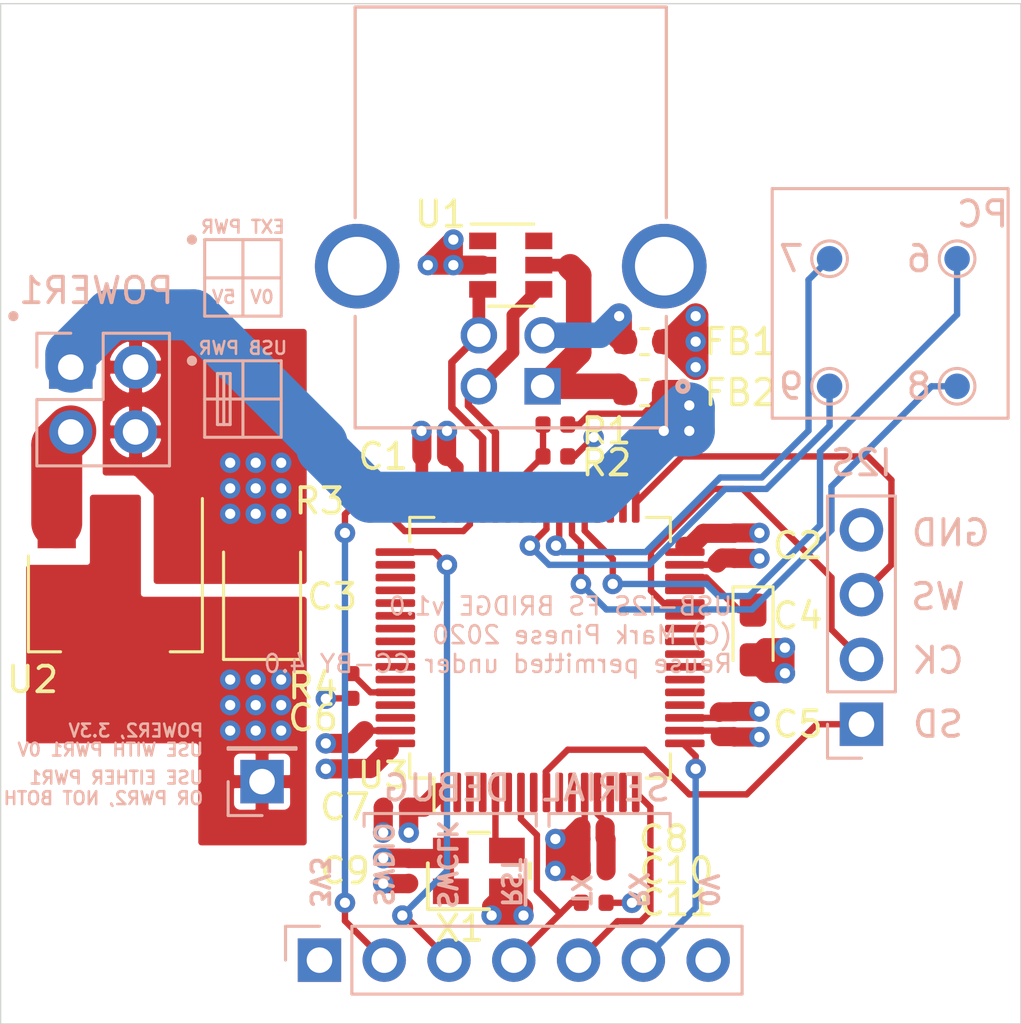
<source format=kicad_pcb>
(kicad_pcb (version 20171130) (host pcbnew "(5.1.6)-1")
  (layers (0 F.Cu signal) (1 In1.Cu signal) (2 In2.Cu signal) (31 B.Cu signal) (34 B.Paste user) (35 F.Paste user) (36 B.SilkS user) (37 F.SilkS user) (38 B.Mask user) (39 F.Mask user) (44 Edge.Cuts user))
  (net 0 "")
  (net 1 GNDD)
  (net 2 +3V3)
  (net 3 /~RESET)
  (net 4 +5V)
  (net 5 /I2S2_WS)
  (net 6 /I2S2_CK)
  (net 7 /I2S2_SD)
  (net 8 /DBG_SWCLK)
  (net 9 /DBG_SWDIO)
  (net 10 /USB_VBUS)
  (net 11 /USART2_RX)
  (net 12 /USART2_TX)
  (net 13 /USB_D-)
  (net 14 /USB_D+)
  (net 15 "Net-(U3-Pad62)")
  (net 16 "Net-(U3-Pad61)")
  (net 17 "Net-(U3-Pad54)")
  (net 18 "Net-(U3-Pad53)")
  (net 19 "Net-(U3-Pad52)")
  (net 20 "Net-(U3-Pad51)")
  (net 21 "Net-(U3-Pad50)")
  (net 22 "Net-(U3-Pad43)")
  (net 23 "Net-(U3-Pad41)")
  (net 24 "Net-(U3-Pad36)")
  (net 25 "Net-(U3-Pad35)")
  (net 26 "Net-(U3-Pad34)")
  (net 27 "Net-(U3-Pad29)")
  (net 28 "Net-(U3-Pad27)")
  (net 29 "Net-(U3-Pad26)")
  (net 30 "Net-(U3-Pad25)")
  (net 31 "Net-(U3-Pad24)")
  (net 32 "Net-(U3-Pad23)")
  (net 33 "Net-(U3-Pad22)")
  (net 34 "Net-(U3-Pad15)")
  (net 35 "Net-(U3-Pad14)")
  (net 36 "Net-(U3-Pad11)")
  (net 37 "Net-(U3-Pad10)")
  (net 38 "Net-(U3-Pad8)")
  (net 39 "Net-(U3-Pad6)")
  (net 40 "Net-(U3-Pad5)")
  (net 41 "Net-(U3-Pad4)")
  (net 42 "Net-(U3-Pad3)")
  (net 43 "Net-(U3-Pad2)")
  (net 44 "Net-(R3-Pad1)")
  (net 45 "Net-(TP1-Pad1)")
  (net 46 "Net-(TP2-Pad1)")
  (net 47 "Net-(TP3-Pad1)")
  (net 48 "Net-(TP4-Pad1)")
  (net 49 "Net-(U3-Pad55)")
  (net 50 "Net-(U3-Pad59)")
  (net 51 "Net-(U3-Pad58)")
  (net 52 "Net-(U3-Pad57)")
  (net 53 "Net-(U3-Pad56)")
  (net 54 "Net-(U3-Pad21)")
  (net 55 "Net-(U3-Pad20)")
  (net 56 "Net-(R1-Pad1)")
  (net 57 "Net-(R4-Pad2)")
  (net 58 "Net-(C10-Pad1)")
  (net 59 "Net-(C4-Pad1)")
  (net 60 "Net-(FB2-Pad2)")
  (net 61 "Net-(FB1-Pad1)")
  (net 62 "Net-(U1-Pad1)")
  (net 63 "Net-(U1-Pad6)")
  (module project_footprints:QTX333 (layer F.Cu) (at 148.75 104)
    (fp_text reference X1 (at -0.75 2.25) (layer F.SilkS))
    (fp_text value QX7)
    (pad 4 smd rect (at -1.1 -0.8) (size 1.4 1) (layers F.Cu F.Paste F.Mask) (net 2 +3V3))
    (pad 3 smd rect (at 1.1 -0.8) (size 1.4 1) (layers F.Cu F.Paste F.Mask) (net 40 "Net-(U3-Pad5)"))
    (pad 2 smd rect (at 1.1 0.8) (size 1.4 1) (layers F.Cu F.Paste F.Mask) (net 1 GNDD))
    (pad 1 smd rect (at -1.1 0.8) (size 1.4 1) (layers F.Cu F.Paste F.Mask) (net 2 +3V3))
  )
  (module Package_QFP:LQFP-64_10x10mm_P0.5mm (layer F.Cu) (at 151.15 95.25 90)
    (fp_text reference U3 (at -5 -6.15 180) (layer F.SilkS))
    (fp_text value STM32F730R8)
    (pad 64 smd roundrect (at -3.75 -5.675 90) (size 0.3 1.55) (layers F.Cu F.Paste F.Mask) (net 2 +3V3))
    (pad 63 smd roundrect (at -3.25 -5.675 90) (size 0.3 1.55) (layers F.Cu F.Paste F.Mask) (net 1 GNDD))
    (pad 62 smd roundrect (at -2.75 -5.675 90) (size 0.3 1.55) (layers F.Cu F.Paste F.Mask) (net 15 "Net-(U3-Pad62)"))
    (pad 61 smd roundrect (at -2.25 -5.675 90) (size 0.3 1.55) (layers F.Cu F.Paste F.Mask) (net 16 "Net-(U3-Pad61)"))
    (pad 60 smd roundrect (at -1.75 -5.675 90) (size 0.3 1.55) (layers F.Cu F.Paste F.Mask) (net 57 "Net-(R4-Pad2)"))
    (pad 59 smd roundrect (at -1.25 -5.675 90) (size 0.3 1.55) (layers F.Cu F.Paste F.Mask) (net 50 "Net-(U3-Pad59)"))
    (pad 58 smd roundrect (at -0.75 -5.675 90) (size 0.3 1.55) (layers F.Cu F.Paste F.Mask) (net 51 "Net-(U3-Pad58)"))
    (pad 57 smd roundrect (at -0.25 -5.675 90) (size 0.3 1.55) (layers F.Cu F.Paste F.Mask) (net 52 "Net-(U3-Pad57)"))
    (pad 56 smd roundrect (at 0.25 -5.675 90) (size 0.3 1.55) (layers F.Cu F.Paste F.Mask) (net 53 "Net-(U3-Pad56)"))
    (pad 55 smd roundrect (at 0.75 -5.675 90) (size 0.3 1.55) (layers F.Cu F.Paste F.Mask) (net 49 "Net-(U3-Pad55)"))
    (pad 54 smd roundrect (at 1.25 -5.675 90) (size 0.3 1.55) (layers F.Cu F.Paste F.Mask) (net 17 "Net-(U3-Pad54)"))
    (pad 53 smd roundrect (at 1.75 -5.675 90) (size 0.3 1.55) (layers F.Cu F.Paste F.Mask) (net 18 "Net-(U3-Pad53)"))
    (pad 52 smd roundrect (at 2.25 -5.675 90) (size 0.3 1.55) (layers F.Cu F.Paste F.Mask) (net 19 "Net-(U3-Pad52)"))
    (pad 51 smd roundrect (at 2.75 -5.675 90) (size 0.3 1.55) (layers F.Cu F.Paste F.Mask) (net 20 "Net-(U3-Pad51)"))
    (pad 50 smd roundrect (at 3.25 -5.675 90) (size 0.3 1.55) (layers F.Cu F.Paste F.Mask) (net 21 "Net-(U3-Pad50)"))
    (pad 49 smd roundrect (at 3.75 -5.675 90) (size 0.3 1.55) (layers F.Cu F.Paste F.Mask) (net 8 /DBG_SWCLK))
    (pad 48 smd roundrect (at 5.675 -3.75 90) (size 1.55 0.3) (layers F.Cu F.Paste F.Mask) (net 2 +3V3))
    (pad 47 smd roundrect (at 5.675 -3.25 90) (size 1.55 0.3) (layers F.Cu F.Paste F.Mask) (net 1 GNDD))
    (pad 46 smd roundrect (at 5.675 -2.75 90) (size 1.55 0.3) (layers F.Cu F.Paste F.Mask) (net 44 "Net-(R3-Pad1)"))
    (pad 45 smd roundrect (at 5.675 -2.25 90) (size 1.55 0.3) (layers F.Cu F.Paste F.Mask) (net 14 /USB_D+))
    (pad 44 smd roundrect (at 5.675 -1.75 90) (size 1.55 0.3) (layers F.Cu F.Paste F.Mask) (net 13 /USB_D-))
    (pad 43 smd roundrect (at 5.675 -1.25 90) (size 1.55 0.3) (layers F.Cu F.Paste F.Mask) (net 22 "Net-(U3-Pad43)"))
    (pad 42 smd roundrect (at 5.675 -0.75 90) (size 1.55 0.3) (layers F.Cu F.Paste F.Mask) (net 56 "Net-(R1-Pad1)"))
    (pad 41 smd roundrect (at 5.675 -0.25 90) (size 1.55 0.3) (layers F.Cu F.Paste F.Mask) (net 23 "Net-(U3-Pad41)"))
    (pad 40 smd roundrect (at 5.675 0.25 90) (size 1.55 0.3) (layers F.Cu F.Paste F.Mask) (net 48 "Net-(TP4-Pad1)"))
    (pad 39 smd roundrect (at 5.675 0.75 90) (size 1.55 0.3) (layers F.Cu F.Paste F.Mask) (net 46 "Net-(TP2-Pad1)"))
    (pad 38 smd roundrect (at 5.675 1.25 90) (size 1.55 0.3) (layers F.Cu F.Paste F.Mask) (net 47 "Net-(TP3-Pad1)"))
    (pad 37 smd roundrect (at 5.675 1.75 90) (size 1.55 0.3) (layers F.Cu F.Paste F.Mask) (net 45 "Net-(TP1-Pad1)"))
    (pad 36 smd roundrect (at 5.675 2.25 90) (size 1.55 0.3) (layers F.Cu F.Paste F.Mask) (net 24 "Net-(U3-Pad36)"))
    (pad 35 smd roundrect (at 5.675 2.75 90) (size 1.55 0.3) (layers F.Cu F.Paste F.Mask) (net 25 "Net-(U3-Pad35)"))
    (pad 34 smd roundrect (at 5.675 3.25 90) (size 1.55 0.3) (layers F.Cu F.Paste F.Mask) (net 26 "Net-(U3-Pad34)"))
    (pad 33 smd roundrect (at 5.675 3.75 90) (size 1.55 0.3) (layers F.Cu F.Paste F.Mask) (net 5 /I2S2_WS))
    (pad 32 smd roundrect (at 3.75 5.675 90) (size 0.3 1.55) (layers F.Cu F.Paste F.Mask) (net 2 +3V3))
    (pad 31 smd roundrect (at 3.25 5.675 90) (size 0.3 1.55) (layers F.Cu F.Paste F.Mask) (net 1 GNDD))
    (pad 30 smd roundrect (at 2.75 5.675 90) (size 0.3 1.55) (layers F.Cu F.Paste F.Mask) (net 59 "Net-(C4-Pad1)"))
    (pad 29 smd roundrect (at 2.25 5.675 90) (size 0.3 1.55) (layers F.Cu F.Paste F.Mask) (net 27 "Net-(U3-Pad29)"))
    (pad 28 smd roundrect (at 1.75 5.675 90) (size 0.3 1.55) (layers F.Cu F.Paste F.Mask) (net 6 /I2S2_CK))
    (pad 27 smd roundrect (at 1.25 5.675 90) (size 0.3 1.55) (layers F.Cu F.Paste F.Mask) (net 28 "Net-(U3-Pad27)"))
    (pad 26 smd roundrect (at 0.75 5.675 90) (size 0.3 1.55) (layers F.Cu F.Paste F.Mask) (net 29 "Net-(U3-Pad26)"))
    (pad 25 smd roundrect (at 0.25 5.675 90) (size 0.3 1.55) (layers F.Cu F.Paste F.Mask) (net 30 "Net-(U3-Pad25)"))
    (pad 24 smd roundrect (at -0.25 5.675 90) (size 0.3 1.55) (layers F.Cu F.Paste F.Mask) (net 31 "Net-(U3-Pad24)"))
    (pad 23 smd roundrect (at -0.75 5.675 90) (size 0.3 1.55) (layers F.Cu F.Paste F.Mask) (net 32 "Net-(U3-Pad23)"))
    (pad 22 smd roundrect (at -1.25 5.675 90) (size 0.3 1.55) (layers F.Cu F.Paste F.Mask) (net 33 "Net-(U3-Pad22)"))
    (pad 21 smd roundrect (at -1.75 5.675 90) (size 0.3 1.55) (layers F.Cu F.Paste F.Mask) (net 54 "Net-(U3-Pad21)"))
    (pad 20 smd roundrect (at -2.25 5.675 90) (size 0.3 1.55) (layers F.Cu F.Paste F.Mask) (net 55 "Net-(U3-Pad20)"))
    (pad 19 smd roundrect (at -2.75 5.675 90) (size 0.3 1.55) (layers F.Cu F.Paste F.Mask) (net 2 +3V3))
    (pad 18 smd roundrect (at -3.25 5.675 90) (size 0.3 1.55) (layers F.Cu F.Paste F.Mask) (net 1 GNDD))
    (pad 17 smd roundrect (at -3.75 5.675 90) (size 0.3 1.55) (layers F.Cu F.Paste F.Mask) (net 11 /USART2_RX))
    (pad 16 smd roundrect (at -5.675 3.75 90) (size 1.55 0.3) (layers F.Cu F.Paste F.Mask) (net 12 /USART2_TX))
    (pad 15 smd roundrect (at -5.675 3.25 90) (size 1.55 0.3) (layers F.Cu F.Paste F.Mask) (net 34 "Net-(U3-Pad15)"))
    (pad 14 smd roundrect (at -5.675 2.75 90) (size 1.55 0.3) (layers F.Cu F.Paste F.Mask) (net 35 "Net-(U3-Pad14)"))
    (pad 13 smd roundrect (at -5.675 2.25 90) (size 1.55 0.3) (layers F.Cu F.Paste F.Mask) (net 58 "Net-(C10-Pad1)"))
    (pad 12 smd roundrect (at -5.675 1.75 90) (size 1.55 0.3) (layers F.Cu F.Paste F.Mask) (net 1 GNDD))
    (pad 11 smd roundrect (at -5.675 1.25 90) (size 1.55 0.3) (layers F.Cu F.Paste F.Mask) (net 36 "Net-(U3-Pad11)"))
    (pad 10 smd roundrect (at -5.675 0.75 90) (size 1.55 0.3) (layers F.Cu F.Paste F.Mask) (net 37 "Net-(U3-Pad10)"))
    (pad 9 smd roundrect (at -5.675 0.25 90) (size 1.55 0.3) (layers F.Cu F.Paste F.Mask) (net 7 /I2S2_SD))
    (pad 8 smd roundrect (at -5.675 -0.25 90) (size 1.55 0.3) (layers F.Cu F.Paste F.Mask) (net 38 "Net-(U3-Pad8)"))
    (pad 7 smd roundrect (at -5.675 -0.75 90) (size 1.55 0.3) (layers F.Cu F.Paste F.Mask) (net 3 /~RESET))
    (pad 6 smd roundrect (at -5.675 -1.25 90) (size 1.55 0.3) (layers F.Cu F.Paste F.Mask) (net 39 "Net-(U3-Pad6)"))
    (pad 5 smd roundrect (at -5.675 -1.75 90) (size 1.55 0.3) (layers F.Cu F.Paste F.Mask) (net 40 "Net-(U3-Pad5)"))
    (pad 4 smd roundrect (at -5.675 -2.25 90) (size 1.55 0.3) (layers F.Cu F.Paste F.Mask) (net 41 "Net-(U3-Pad4)"))
    (pad 3 smd roundrect (at -5.675 -2.75 90) (size 1.55 0.3) (layers F.Cu F.Paste F.Mask) (net 42 "Net-(U3-Pad3)"))
    (pad 2 smd roundrect (at -5.675 -3.25 90) (size 1.55 0.3) (layers F.Cu F.Paste F.Mask) (net 43 "Net-(U3-Pad2)"))
    (pad 1 smd roundrect (at -5.675 -3.75 90) (size 1.55 0.3) (layers F.Cu F.Paste F.Mask) (net 2 +3V3))
  )
  (module Capacitor_SMD:C_0402_1005Metric (layer F.Cu) (at 146 104 270)
    (fp_text reference C9 (at 0 2.5 180) (layer F.SilkS))
    (fp_text value 100n)
    (pad 2 smd roundrect (at 0.485 0 270) (size 0.59 0.64) (layers F.Cu F.Paste F.Mask) (net 1 GNDD))
    (pad 1 smd roundrect (at -0.485 0 270) (size 0.59 0.64) (layers F.Cu F.Paste F.Mask) (net 2 +3V3))
  )
  (module Connector_PinHeader_2.54mm:PinHeader_1x07_P2.54mm_Vertical (layer B.Cu) (at 142.5 107.5 270)
    (fp_text reference J5 hide)
    (fp_text value Conn_01x07_Male)
    (pad 7 thru_hole oval (at 0 -15.24 270) (size 1.7 1.7) (drill 1) (layers *.Cu *.Mask) (net 1 GNDD))
    (pad 6 thru_hole oval (at 0 -12.7 270) (size 1.7 1.7) (drill 1) (layers *.Cu *.Mask) (net 11 /USART2_RX))
    (pad 5 thru_hole oval (at 0 -10.16 270) (size 1.7 1.7) (drill 1) (layers *.Cu *.Mask) (net 12 /USART2_TX))
    (pad 4 thru_hole oval (at 0 -7.62 270) (size 1.7 1.7) (drill 1) (layers *.Cu *.Mask) (net 3 /~RESET))
    (pad 3 thru_hole oval (at 0 -5.08 270) (size 1.7 1.7) (drill 1) (layers *.Cu *.Mask) (net 8 /DBG_SWCLK))
    (pad 2 thru_hole oval (at 0 -2.54 270) (size 1.7 1.7) (drill 1) (layers *.Cu *.Mask) (net 9 /DBG_SWDIO))
    (pad 1 thru_hole rect (at 0 0 270) (size 1.7 1.7) (drill 1) (layers *.Cu *.Mask) (net 2 +3V3))
  )
  (module Connector_PinHeader_2.54mm:PinHeader_2x02_P2.54mm_Vertical (layer B.Cu) (at 132.75 84.25 270)
    (fp_text reference J1 hide)
    (fp_text value Conn_01x02_Male)
    (pad 4 thru_hole oval (at 2.54 -2.54 270) (size 1.7 1.7) (drill 1) (layers *.Cu *.Mask) (net 1 GNDD))
    (pad 3 thru_hole oval (at 0 -2.54 270) (size 1.7 1.7) (drill 1) (layers *.Cu *.Mask) (net 1 GNDD))
    (pad 2 thru_hole oval (at 2.54 0 270) (size 1.7 1.7) (drill 1) (layers *.Cu *.Mask) (net 4 +5V))
    (pad 1 thru_hole rect (at 0 0 270) (size 1.7 1.7) (drill 1) (layers *.Cu *.Mask) (net 10 /USB_VBUS))
  )
  (module Inductor_SMD:L_0603_1608Metric (layer F.Cu) (at 155.25 85.25 180)
    (fp_text reference FB2 (at -3.75 0) (layer F.SilkS))
    (fp_text value MH1608-601Y)
    (pad 2 smd roundrect (at 0.7875 0 180) (size 0.875 0.95) (layers F.Cu F.Paste F.Mask) (net 60 "Net-(FB2-Pad2)"))
    (pad 1 smd roundrect (at -0.7875 0 180) (size 0.875 0.95) (layers F.Cu F.Paste F.Mask) (net 10 /USB_VBUS))
  )
  (module Inductor_SMD:L_0603_1608Metric (layer F.Cu) (at 155.25 83.25)
    (fp_text reference FB1 (at 3.75 0) (layer F.SilkS))
    (fp_text value MH1608-601Y)
    (pad 2 smd roundrect (at 0.7875 0) (size 0.875 0.95) (layers F.Cu F.Paste F.Mask) (net 1 GNDD))
    (pad 1 smd roundrect (at -0.7875 0) (size 0.875 0.95) (layers F.Cu F.Paste F.Mask) (net 61 "Net-(FB1-Pad1)"))
  )
  (module Package_TO_SOT_SMD:SOT-23-6 (layer F.Cu) (at 150 80.25)
    (fp_text reference U1 (at -2.75 -2) (layer F.SilkS))
    (fp_text value SRV05-4)
    (pad 1 smd rect (at -1.1 -0.95) (size 1.06 0.65) (layers F.Cu F.Paste F.Mask) (net 62 "Net-(U1-Pad1)"))
    (pad 2 smd rect (at -1.1 0) (size 1.06 0.65) (layers F.Cu F.Paste F.Mask) (net 1 GNDD))
    (pad 3 smd rect (at -1.1 0.95) (size 1.06 0.65) (layers F.Cu F.Paste F.Mask) (net 14 /USB_D+))
    (pad 4 smd rect (at 1.1 0.95) (size 1.06 0.65) (layers F.Cu F.Paste F.Mask) (net 13 /USB_D-))
    (pad 6 smd rect (at 1.1 -0.95) (size 1.06 0.65) (layers F.Cu F.Paste F.Mask) (net 63 "Net-(U1-Pad6)"))
    (pad 5 smd rect (at 1.1 0) (size 1.06 0.65) (layers F.Cu F.Paste F.Mask) (net 60 "Net-(FB2-Pad2)"))
  )
  (module Capacitor_SMD:C_0402_1005Metric (layer F.Cu) (at 153.25 105.25)
    (fp_text reference C11 (at 3.25 0 -180) (layer F.SilkS))
    (fp_text value 100n)
    (pad 2 smd roundrect (at 0.485 0) (size 0.59 0.64) (layers F.Cu F.Paste F.Mask) (net 1 GNDD))
    (pad 1 smd roundrect (at -0.485 0) (size 0.59 0.64) (layers F.Cu F.Paste F.Mask) (net 3 /~RESET))
  )
  (module Connector_PinHeader_2.54mm:PinHeader_1x04_P2.54mm_Vertical (layer B.Cu) (at 163.75 98.25)
    (fp_text reference J3 hide)
    (fp_text value Conn_01x04_Male)
    (pad 4 thru_hole oval (at 0 -7.62) (size 1.7 1.7) (drill 1) (layers *.Cu *.Mask) (net 1 GNDD))
    (pad 3 thru_hole oval (at 0 -5.08) (size 1.7 1.7) (drill 1) (layers *.Cu *.Mask) (net 5 /I2S2_WS))
    (pad 2 thru_hole oval (at 0 -2.54) (size 1.7 1.7) (drill 1) (layers *.Cu *.Mask) (net 6 /I2S2_CK))
    (pad 1 thru_hole rect (at 0 0) (size 1.7 1.7) (drill 1) (layers *.Cu *.Mask) (net 7 /I2S2_SD))
  )
  (module Connector_PinHeader_2.54mm:PinHeader_1x01_P2.54mm_Vertical (layer B.Cu) (at 140.25 100.5)
    (fp_text reference J4 hide)
    (fp_text value Conn_01x01_Male)
    (pad 1 thru_hole rect (at 0 0) (size 1.7 1.7) (drill 1) (layers *.Cu *.Mask) (net 2 +3V3))
  )
  (module Capacitor_SMD:C_0402_1005Metric (layer F.Cu) (at 153.235 102.75 180)
    (fp_text reference C8 (at -2.765 0) (layer F.SilkS))
    (fp_text value 100n)
    (pad 2 smd roundrect (at 0.485 0 180) (size 0.59 0.64) (layers F.Cu F.Paste F.Mask) (net 1 GNDD))
    (pad 1 smd roundrect (at -0.485 0 180) (size 0.59 0.64) (layers F.Cu F.Paste F.Mask) (net 58 "Net-(C10-Pad1)"))
  )
  (module Capacitor_SMD:C_0402_1005Metric (layer F.Cu) (at 158.75 91.25 270)
    (fp_text reference C2 (at 0 -2.5 180) (layer F.SilkS))
    (fp_text value 100n)
    (pad 2 smd roundrect (at 0.485 0 270) (size 0.59 0.64) (layers F.Cu F.Paste F.Mask) (net 1 GNDD))
    (pad 1 smd roundrect (at -0.485 0 270) (size 0.59 0.64) (layers F.Cu F.Paste F.Mask) (net 2 +3V3))
  )
  (module TestPoint:TestPoint_Pad_D1.0mm (layer B.Cu) (at 162.5 85)
    (fp_text reference TP4 hide)
    (fp_text value TestPoint_Small)
    (pad 1 smd circle (at 0 0) (size 1 1) (layers B.Cu B.Mask) (net 48 "Net-(TP4-Pad1)"))
  )
  (module TestPoint:TestPoint_Pad_D1.0mm (layer B.Cu) (at 162.5 80)
    (fp_text reference TP2 hide)
    (fp_text value TestPoint_Small)
    (pad 1 smd circle (at 0 0) (size 1 1) (layers B.Cu B.Mask) (net 46 "Net-(TP2-Pad1)"))
  )
  (module TestPoint:TestPoint_Pad_D1.0mm (layer B.Cu) (at 167.5 85)
    (fp_text reference TP3 hide)
    (fp_text value TestPoint_Small)
    (pad 1 smd circle (at 0 0) (size 1 1) (layers B.Cu B.Mask) (net 47 "Net-(TP3-Pad1)"))
  )
  (module TestPoint:TestPoint_Pad_D1.0mm (layer B.Cu) (at 167.5 80)
    (fp_text reference TP1 hide)
    (fp_text value TestPoint_Small)
    (pad 1 smd circle (at 0 0) (size 1 1) (layers B.Cu B.Mask) (net 45 "Net-(TP1-Pad1)"))
  )
  (module Capacitor_SMD:C_0402_1005Metric (layer F.Cu) (at 147 87.75)
    (fp_text reference C1 (at -2 0) (layer F.SilkS))
    (fp_text value 100n)
    (pad 2 smd roundrect (at 0.485 0) (size 0.59 0.64) (layers F.Cu F.Paste F.Mask) (net 1 GNDD))
    (pad 1 smd roundrect (at -0.485 0) (size 0.59 0.64) (layers F.Cu F.Paste F.Mask) (net 2 +3V3))
  )
  (module Resistor_SMD:R_0402_1005Metric (layer F.Cu) (at 151.75 87.75 180)
    (fp_text reference R2 (at -2 -0.25) (layer F.SilkS))
    (fp_text value 10k)
    (pad 2 smd roundrect (at 0.485 0 180) (size 0.59 0.64) (layers F.Cu F.Paste F.Mask) (net 56 "Net-(R1-Pad1)"))
    (pad 1 smd roundrect (at -0.485 0 180) (size 0.59 0.64) (layers F.Cu F.Paste F.Mask) (net 1 GNDD))
  )
  (module Resistor_SMD:R_0402_1005Metric (layer F.Cu) (at 151.75 86.5)
    (fp_text reference R1 (at 2 0.25) (layer F.SilkS))
    (fp_text value 4.7k)
    (pad 2 smd roundrect (at 0.485 0) (size 0.59 0.64) (layers F.Cu F.Paste F.Mask) (net 10 /USB_VBUS))
    (pad 1 smd roundrect (at -0.485 0) (size 0.59 0.64) (layers F.Cu F.Paste F.Mask) (net 56 "Net-(R1-Pad1)"))
  )
  (module Capacitor_Tantalum_SMD:CP_EIA-2012-15_AVX-P_Pad1.30x1.05mm_HandSolder (layer F.Cu) (at 159.5 94.75 270)
    (fp_text reference C4 (at -0.75 -1.75 180) (layer F.SilkS))
    (fp_text value 10u)
    (pad 2 smd roundrect (at 0.975 0 270) (size 1.3 1.05) (layers F.Cu F.Paste F.Mask) (roundrect_rratio 0.238095) (net 1 GNDD))
    (pad 1 smd roundrect (at -0.975 0 270) (size 1.3 1.05) (layers F.Cu F.Paste F.Mask) (roundrect_rratio 0.238095) (net 59 "Net-(C4-Pad1)"))
  )
  (module project_footprints:CUI_UJ2-BH-1-TH (layer B.Cu) (at 151.25 85)
    (fp_text reference J2 hide)
    (fp_text value UJ2-BH-1-TH)
    (pad 2 thru_hole circle (at -2.5 0) (size 1.428 1.428) (drill 0.92) (layers *.Cu *.Mask) (net 13 /USB_D-))
    (pad 1 thru_hole rect (at 0 0) (size 1.428 1.428) (drill 0.92) (layers *.Cu *.Mask) (net 60 "Net-(FB2-Pad2)"))
    (pad 3 thru_hole circle (at -2.5 -2) (size 1.428 1.428) (drill 0.92) (layers *.Cu *.Mask) (net 14 /USB_D+))
    (pad 4 thru_hole circle (at 0 -2) (size 1.428 1.428) (drill 0.92) (layers *.Cu *.Mask) (net 61 "Net-(FB1-Pad1)"))
    (pad SH1 thru_hole circle (at -7.27 -4.71) (size 3.316 3.316) (drill 2.3) (layers *.Cu *.Mask) (net 1 GNDD))
    (pad SH2 thru_hole circle (at 4.77 -4.71) (size 3.316 3.316) (drill 2.3) (layers *.Cu *.Mask) (net 1 GNDD))
  )
  (module Capacitor_SMD:C_0402_1005Metric (layer F.Cu) (at 153.25 104 180)
    (fp_text reference C10 (at -3.25 0) (layer F.SilkS))
    (fp_text value 1u)
    (pad 2 smd roundrect (at 0.485 0 180) (size 0.59 0.64) (layers F.Cu F.Paste F.Mask) (net 1 GNDD))
    (pad 1 smd roundrect (at -0.485 0 180) (size 0.59 0.64) (layers F.Cu F.Paste F.Mask) (net 58 "Net-(C10-Pad1)"))
  )
  (module MountingHole:MountingHole_3.2mm_M3 (layer F.Cu) (at 165 105)
    (fp_text reference H4 hide)
    (fp_text value MountingHole)
    (pad 1 np_thru_hole circle (at 0 0) (size 3.2 3.2) (drill 3.2) (layers *.Cu *.Mask))
  )
  (module MountingHole:MountingHole_3.2mm_M3 (layer F.Cu) (at 165 75)
    (fp_text reference H2 hide)
    (fp_text value MountingHole)
    (pad 1 np_thru_hole circle (at 0 0) (size 3.2 3.2) (drill 3.2) (layers *.Cu *.Mask))
  )
  (module MountingHole:MountingHole_3.2mm_M3 (layer F.Cu) (at 135 105)
    (fp_text reference H3 hide)
    (fp_text value MountingHole)
    (pad 1 np_thru_hole circle (at 0 0) (size 3.2 3.2) (drill 3.2) (layers *.Cu *.Mask))
  )
  (module MountingHole:MountingHole_3.2mm_M3 (layer F.Cu) (at 135 75)
    (fp_text reference H1 hide)
    (fp_text value MountingHole)
    (pad 1 np_thru_hole circle (at 0 0) (size 3.2 3.2) (drill 3.2) (layers *.Cu *.Mask))
  )
  (module Package_TO_SOT_SMD:SOT-223-3_TabPin2 (layer F.Cu) (at 134.5 93.5 270)
    (fp_text reference U2 (at 3 3.25 180) (layer F.SilkS))
    (fp_text value AMS1117-3.3)
    (pad 1 smd rect (at -3.15 -2.3 270) (size 2 1.5) (layers F.Cu F.Paste F.Mask) (net 1 GNDD))
    (pad 3 smd rect (at -3.15 2.3 270) (size 2 1.5) (layers F.Cu F.Paste F.Mask) (net 4 +5V))
    (pad 2 smd rect (at -3.15 0 270) (size 2 1.5) (layers F.Cu F.Paste F.Mask) (net 2 +3V3))
    (pad 2 smd rect (at 3.15 0 270) (size 2 3.8) (layers F.Cu F.Paste F.Mask) (net 2 +3V3))
  )
  (module Resistor_SMD:R_0402_1005Metric (layer F.Cu) (at 144.5 89.5 180)
    (fp_text reference R3 (at 2 0) (layer F.SilkS))
    (fp_text value 22)
    (pad 2 smd roundrect (at 0.485 0 180) (size 0.59 0.64) (layers F.Cu F.Paste F.Mask) (net 9 /DBG_SWDIO))
    (pad 1 smd roundrect (at -0.485 0 180) (size 0.59 0.64) (layers F.Cu F.Paste F.Mask) (net 44 "Net-(R3-Pad1)"))
  )
  (module Resistor_SMD:R_0402_1005Metric (layer F.Cu) (at 143.75 96.75 90)
    (fp_text reference R4 (at 0 -1.5 180) (layer F.SilkS))
    (fp_text value 10k)
    (pad 2 smd roundrect (at 0.485 0 90) (size 0.59 0.64) (layers F.Cu F.Paste F.Mask) (net 57 "Net-(R4-Pad2)"))
    (pad 1 smd roundrect (at -0.485 0 90) (size 0.59 0.64) (layers F.Cu F.Paste F.Mask) (net 1 GNDD))
  )
  (module Capacitor_SMD:C_0402_1005Metric (layer F.Cu) (at 158.75 98.25 270)
    (fp_text reference C5 (at 0 -2.5 180) (layer F.SilkS))
    (fp_text value 100n)
    (pad 2 smd roundrect (at 0.485 0 270) (size 0.59 0.64) (layers F.Cu F.Paste F.Mask) (net 1 GNDD))
    (pad 1 smd roundrect (at -0.485 0 270) (size 0.59 0.64) (layers F.Cu F.Paste F.Mask) (net 2 +3V3))
  )
  (module Capacitor_SMD:C_0402_1005Metric (layer F.Cu) (at 143.75 99.5 90)
    (fp_text reference C6 (at 1.5 -1.5 180) (layer F.SilkS))
    (fp_text value 100n)
    (pad 2 smd roundrect (at 0.485 0 90) (size 0.59 0.64) (layers F.Cu F.Paste F.Mask) (net 1 GNDD))
    (pad 1 smd roundrect (at -0.485 0 90) (size 0.59 0.64) (layers F.Cu F.Paste F.Mask) (net 2 +3V3))
  )
  (module Capacitor_SMD:C_0402_1005Metric (layer F.Cu) (at 145.5 101.5 180)
    (fp_text reference C7 (at 2 0) (layer F.SilkS))
    (fp_text value 100n)
    (pad 2 smd roundrect (at 0.485 0 180) (size 0.59 0.64) (layers F.Cu F.Paste F.Mask) (net 1 GNDD))
    (pad 1 smd roundrect (at -0.485 0 180) (size 0.59 0.64) (layers F.Cu F.Paste F.Mask) (net 2 +3V3))
  )
  (module Capacitor_Tantalum_SMD:CP_EIA-3528-21_Kemet-B (layer F.Cu) (at 140.25 93.25 90)
    (fp_text reference C3 (at 0 2.75 180) (layer F.SilkS))
    (fp_text value 100u)
    (pad 2 smd roundrect (at 1.5375 0 90) (size 1.325 2.35) (layers F.Cu F.Paste F.Mask) (roundrect_rratio 0.188679) (net 1 GNDD))
    (pad 1 smd roundrect (at -1.5375 0 90) (size 1.325 2.35) (layers F.Cu F.Paste F.Mask) (roundrect_rratio 0.188679) (net 2 +3V3))
  )
  (gr_text DEBUG (at 147.5 100.75) (layer B.SilkS) (effects (font (size 1 1)) (justify mirror)))
  (gr_line (start 169.5 77.25) (end 160.25 77.25) (layer B.SilkS) (width 0.12))
  (gr_line (start 160.25 77.5) (end 160.25 77.25) (layer B.SilkS) (width 0.12))
  (gr_line (start 160.25 86.25) (end 160.25 77.5) (layer B.SilkS) (width 0.12))
  (gr_line (start 169.5 86.25) (end 160.25 86.25) (layer B.SilkS) (width 0.12))
  (gr_line (start 169.5 77.25) (end 169.5 86.25) (layer B.SilkS) (width 0.12))
  (gr_line (start 156.25 101.75) (end 156.25 102.25) (layer B.SilkS) (width 0.12))
  (gr_line (start 151.5 101.75) (end 156.25 101.75) (layer B.SilkS) (width 0.12))
  (gr_line (start 151.5 101.75) (end 151.5 102.25) (layer B.SilkS) (width 0.12))
  (gr_line (start 151 101.75) (end 151 102.25) (layer B.SilkS) (width 0.12))
  (gr_line (start 144.25 101.75) (end 151 101.75) (layer B.SilkS) (width 0.12))
  (gr_line (start 144.25 102.25) (end 144.25 101.75) (layer B.SilkS) (width 0.12))
  (gr_text SERIAL (at 153.75 100.75) (layer B.SilkS) (effects (font (size 1 1)) (justify mirror)))
  (gr_text "USE WITH PWR1 0V" (at 138 99.25) (layer B.SilkS) (effects (font (size 0.5 0.5) (thickness 0.1)) (justify left mirror)))
  (gr_text "USE EITHER PWR1\nOR PWR2, NOT BOTH" (at 138 100.75) (layer B.SilkS) (effects (font (size 0.5 0.5) (thickness 0.1)) (justify left mirror)))
  (gr_circle (center 130.5 82.25) (end 130.6 82.25) (layer B.SilkS) (width 0.2))
  (gr_circle (center 137.5 84) (end 137.6 84) (layer B.SilkS) (width 0.2))
  (gr_circle (center 137.5 79.25) (end 137.6 79.25) (layer B.SilkS) (width 0.2))
  (gr_line (start 138.75 84.5) (end 138.75 86.5) (layer B.SilkS) (width 0.12))
  (gr_line (start 139 86.5) (end 139 84.5) (layer B.SilkS) (width 0.12))
  (gr_line (start 138.5 86.5) (end 139 86.5) (layer B.SilkS) (width 0.12))
  (gr_line (start 138.5 84.5) (end 138.5 86.5) (layer B.SilkS) (width 0.12))
  (gr_line (start 138.5 84.5) (end 139 84.5) (layer B.SilkS) (width 0.12))
  (gr_text "USB PWR" (at 139.5 83.5) (layer B.SilkS) (effects (font (size 0.5 0.5) (thickness 0.1)) (justify mirror)))
  (gr_line (start 138 84) (end 138 87) (layer B.SilkS) (width 0.12))
  (gr_line (start 139.5 84) (end 139.5 87) (layer B.SilkS) (width 0.12))
  (gr_line (start 138 87) (end 141 87) (layer B.SilkS) (width 0.12))
  (gr_line (start 138 85.5) (end 141 85.5) (layer B.SilkS) (width 0.12))
  (gr_line (start 141 87) (end 141 84) (layer B.SilkS) (width 0.12))
  (gr_line (start 141 84) (end 138 84) (layer B.SilkS) (width 0.12))
  (gr_text 0V (at 140.25 81.5) (layer B.SilkS) (effects (font (size 0.5 0.5) (thickness 0.1)) (justify mirror)))
  (gr_text 5V (at 138.75 81.5) (layer B.SilkS) (effects (font (size 0.5 0.5) (thickness 0.1)) (justify mirror)))
  (gr_line (start 138 80.75) (end 141 80.75) (layer B.SilkS) (width 0.12))
  (gr_line (start 139.5 79.25) (end 139.5 82.25) (layer B.SilkS) (width 0.12))
  (gr_line (start 141 79.25) (end 138 79.25) (layer B.SilkS) (width 0.12))
  (gr_line (start 141 82.25) (end 141 79.25) (layer B.SilkS) (width 0.12))
  (gr_line (start 138 82.25) (end 141 82.25) (layer B.SilkS) (width 0.12))
  (gr_line (start 138 79.25) (end 138 82.25) (layer B.SilkS) (width 0.12))
  (gr_text "EXT PWR" (at 139.5 78.75) (layer B.SilkS) (effects (font (size 0.5 0.5) (thickness 0.1)) (justify mirror)))
  (gr_text SWDIO (at 145 103.75 270) (layer B.SilkS) (effects (font (size 0.7 0.7)) (justify mirror)))
  (gr_text 9 (at 161 85) (layer B.SilkS) (effects (font (size 1 1)) (justify mirror)))
  (gr_text 8 (at 166 85) (layer B.SilkS) (effects (font (size 1 1)) (justify mirror)))
  (gr_text 7 (at 161 80) (layer B.SilkS) (effects (font (size 1 1)) (justify mirror)))
  (gr_text 6 (at 166 80) (layer B.SilkS) (effects (font (size 1 1)) (justify mirror)))
  (gr_text PC (at 168.5 78.25) (layer B.SilkS) (effects (font (size 1 1)) (justify mirror)))
  (gr_text "POWER2, 3.3V" (at 138 98.5) (layer B.SilkS) (effects (font (size 0.5 0.5) (thickness 0.1)) (justify left mirror)))
  (gr_text POWER1 (at 133.75 81.25) (layer B.SilkS) (effects (font (size 1 1)) (justify mirror)))
  (gr_text SWCLK (at 147.5 103.75 270) (layer B.SilkS) (effects (font (size 0.7 0.7)) (justify mirror)))
  (gr_text RX (at 155 104.75 270) (layer B.SilkS) (effects (font (size 0.7 0.7)) (justify mirror)))
  (gr_text TX (at 152.75 104.75 270) (layer B.SilkS) (effects (font (size 0.7 0.7)) (justify mirror)))
  (gr_text 0V (at 157.75 105.5 270) (layer B.SilkS) (effects (font (size 0.7 0.7)) (justify left mirror)))
  (gr_text 3V3 (at 142.5 105.5 270) (layer B.SilkS) (effects (font (size 0.7 0.7)) (justify left mirror)))
  (gr_text ~RST (at 150 105.5 270) (layer B.SilkS) (effects (font (size 0.7 0.7)) (justify left mirror)))
  (gr_text GND (at 167.25 90.75) (layer B.SilkS) (effects (font (size 1 1)) (justify mirror)))
  (gr_text "USB-I2S FS BRIDGE v1.0\n(C) Mark Pinese 2020\nReuse permitted under CC-BY 4.0" (at 158.75 94.75) (layer B.SilkS) (effects (font (size 0.7 0.7) (thickness 0.1)) (justify left mirror)))
  (gr_text I2S (at 163.75 88) (layer B.SilkS) (effects (font (size 1 1)) (justify mirror)))
  (gr_text WS (at 166.75 93.25) (layer B.SilkS) (effects (font (size 1 1)) (justify mirror)))
  (gr_text CK (at 166.75 95.75) (layer B.SilkS) (effects (font (size 1 1)) (justify mirror)))
  (gr_text SD (at 166.75 98.25) (layer B.SilkS) (effects (font (size 1 1)) (justify mirror)))
  (gr_line (start 130 110) (end 130 70) (layer Edge.Cuts) (width 0.05))
  (gr_line (start 170 110) (end 130 110) (layer Edge.Cuts) (width 0.05))
  (gr_line (start 170 70) (end 170 110) (layer Edge.Cuts) (width 0.05))
  (gr_line (start 130 70) (end 170 70) (layer Edge.Cuts) (width 0.05))
  (via (at 141 90) (size 0.8) (drill 0.4) (layers F.Cu B.Cu) (net 1))
  (via (at 140 90) (size 0.8) (drill 0.4) (layers F.Cu B.Cu) (net 1))
  (via (at 139 90) (size 0.8) (drill 0.4) (layers F.Cu B.Cu) (net 1))
  (via (at 141 89) (size 0.8) (drill 0.4) (layers F.Cu B.Cu) (net 1))
  (via (at 140 89) (size 0.8) (drill 0.4) (layers F.Cu B.Cu) (net 1))
  (via (at 139 89) (size 0.8) (drill 0.4) (layers F.Cu B.Cu) (net 1))
  (via (at 140 88) (size 0.8) (drill 0.4) (layers F.Cu B.Cu) (net 1))
  (via (at 139 88) (size 0.8) (drill 0.4) (layers F.Cu B.Cu) (net 1))
  (segment (start 145.46 98.515) (end 145.475 98.5) (width 0.25) (layer F.Cu) (net 1))
  (via (at 141 88) (size 0.8) (drill 0.4) (layers F.Cu B.Cu) (net 1))
  (via (at 153.25 87) (size 0.8) (drill 0.4) (layers F.Cu B.Cu) (net 1))
  (segment (start 152.235 87.75) (end 152.5 87.75) (width 0.25) (layer F.Cu) (net 1))
  (segment (start 152.5 87.75) (end 153.25 87) (width 0.25) (layer F.Cu) (net 1))
  (via (at 160.75 95.25) (size 0.8) (drill 0.4) (layers F.Cu B.Cu) (net 1))
  (via (at 160.75 96.25) (size 0.8) (drill 0.4) (layers F.Cu B.Cu) (net 1))
  (segment (start 160.75 96.25) (end 160.75 95.25) (width 0.75) (layer F.Cu) (net 1))
  (segment (start 159.975 95.25) (end 159.5 95.725) (width 0.75) (layer F.Cu) (net 1))
  (segment (start 160.75 95.25) (end 159.975 95.25) (width 0.75) (layer F.Cu) (net 1))
  (segment (start 160.025 96.25) (end 159.5 95.725) (width 0.75) (layer F.Cu) (net 1))
  (segment (start 160.75 96.25) (end 160.025 96.25) (width 0.75) (layer F.Cu) (net 1))
  (segment (start 160.75 95.25) (end 160.25 95.75) (width 0.75) (layer F.Cu) (net 1))
  (via (at 151.75 102.75) (size 0.8) (drill 0.4) (layers F.Cu B.Cu) (net 1))
  (segment (start 152.75 102.75) (end 151.75 102.75) (width 0.75) (layer F.Cu) (net 1))
  (segment (start 152.765 104) (end 151.75 104) (width 0.75) (layer F.Cu) (net 1))
  (segment (start 152.75 102.75) (end 152.75 102.269256) (width 0.75) (layer F.Cu) (net 1))
  (segment (start 151.75 102.75) (end 151.75 104) (width 0.75) (layer F.Cu) (net 1))
  (segment (start 152.75 103.985) (end 152.765 104) (width 0.75) (layer F.Cu) (net 1))
  (segment (start 152.75 102.75) (end 152.75 103.985) (width 0.75) (layer F.Cu) (net 1))
  (segment (start 152.765 104) (end 152.765 103.765) (width 0.75) (layer F.Cu) (net 1))
  (segment (start 152.765 103.765) (end 152.25 103.25) (width 0.75) (layer F.Cu) (net 1))
  (segment (start 152.9 102.119256) (end 152.75 102.269256) (width 0.25) (layer F.Cu) (net 1))
  (segment (start 152.9 100.925) (end 152.9 102.119256) (width 0.25) (layer F.Cu) (net 1))
  (segment (start 158.515 98.5) (end 158.75 98.735) (width 0.25) (layer F.Cu) (net 1))
  (segment (start 156.825 98.5) (end 158.515 98.5) (width 0.25) (layer F.Cu) (net 1))
  (segment (start 152.269256 102.75) (end 152.75 102.269256) (width 0.75) (layer F.Cu) (net 1))
  (segment (start 151.75 102.75) (end 152.269256 102.75) (width 0.75) (layer F.Cu) (net 1))
  (via (at 147.75 79.25) (size 0.8) (drill 0.4) (layers F.Cu B.Cu) (net 1))
  (segment (start 147.75 80.040002) (end 147.75 79.25) (width 0.75) (layer F.Cu) (net 1))
  (segment (start 148.9 80.25) (end 147.959998 80.25) (width 0.75) (layer F.Cu) (net 1))
  (segment (start 147.959998 80.25) (end 147.75 80.040002) (width 0.75) (layer F.Cu) (net 1))
  (via (at 146.75 80.25) (size 0.8) (drill 0.4) (layers F.Cu B.Cu) (net 1))
  (via (at 157.25 83.25) (size 0.8) (drill 0.4) (layers F.Cu B.Cu) (net 1))
  (segment (start 156.0375 83.25) (end 157.25 83.25) (width 1) (layer F.Cu) (net 1))
  (via (at 157.25 84.25) (size 0.8) (drill 0.4) (layers F.Cu B.Cu) (net 1))
  (segment (start 156.25 83.25) (end 157.25 84.25) (width 1) (layer F.Cu) (net 1))
  (segment (start 157.25 83.25) (end 157.25 84.25) (width 1) (layer F.Cu) (net 1))
  (via (at 157.25 82.25) (size 0.8) (drill 0.4) (layers F.Cu B.Cu) (net 1))
  (segment (start 157.25 83.25) (end 157.25 82.25) (width 1) (layer F.Cu) (net 1))
  (segment (start 156.25 83.25) (end 157.25 82.25) (width 1) (layer F.Cu) (net 1))
  (segment (start 156.0375 83.25) (end 156.25 83.25) (width 1) (layer F.Cu) (net 1))
  (segment (start 144.265 98.5) (end 145.475 98.5) (width 0.25) (layer F.Cu) (net 1))
  (via (at 147.75 80.25) (size 0.8) (drill 0.4) (layers F.Cu B.Cu) (net 1))
  (segment (start 147.75 80.25) (end 146.75 80.25) (width 0.75) (layer F.Cu) (net 1))
  (segment (start 146.75 80.25) (end 147.75 79.25) (width 0.75) (layer F.Cu) (net 1))
  (via (at 151.75 104) (size 0.8) (drill 0.4) (layers F.Cu B.Cu) (net 1))
  (via (at 142.75 99) (size 0.8) (drill 0.4) (layers F.Cu B.Cu) (net 1))
  (via (at 147.5 86.75) (size 0.8) (drill 0.4) (layers F.Cu B.Cu) (net 1))
  (segment (start 147.485 87.75) (end 147.485 86.765) (width 0.75) (layer F.Cu) (net 1))
  (segment (start 147.485 86.765) (end 147.5 86.75) (width 0.75) (layer F.Cu) (net 1))
  (segment (start 147.9 89.575) (end 147.9 88.165) (width 0.25) (layer F.Cu) (net 1))
  (segment (start 147.9 88.165) (end 147.485 87.75) (width 0.5) (layer F.Cu) (net 1))
  (segment (start 147.9 88.557522) (end 147.9 88.165) (width 0.5) (layer F.Cu) (net 1))
  (via (at 159.75 91.75) (size 0.8) (drill 0.4) (layers F.Cu B.Cu) (net 1))
  (segment (start 158.765 91.75) (end 158.75 91.735) (width 0.75) (layer F.Cu) (net 1))
  (segment (start 159.75 91.75) (end 158.765 91.75) (width 0.75) (layer F.Cu) (net 1))
  (segment (start 158.284256 91.735) (end 158.087461 91.931795) (width 0.75) (layer F.Cu) (net 1))
  (segment (start 158.75 91.735) (end 158.284256 91.735) (width 0.75) (layer F.Cu) (net 1))
  (segment (start 158.019256 92) (end 158.284256 91.735) (width 0.25) (layer F.Cu) (net 1))
  (segment (start 156.825 92) (end 158.019256 92) (width 0.25) (layer F.Cu) (net 1))
  (via (at 159.75 98.75) (size 0.8) (drill 0.4) (layers F.Cu B.Cu) (net 1))
  (segment (start 158.765 98.75) (end 158.75 98.735) (width 0.75) (layer F.Cu) (net 1))
  (segment (start 159.75 98.75) (end 158.765 98.75) (width 0.75) (layer F.Cu) (net 1))
  (segment (start 158.75 98.735) (end 158.21 98.735) (width 0.75) (layer F.Cu) (net 1))
  (segment (start 143.735 99) (end 143.75 99.015) (width 0.75) (layer F.Cu) (net 1))
  (segment (start 142.75 99) (end 143.735 99) (width 0.75) (layer F.Cu) (net 1))
  (segment (start 143.75 99.015) (end 144.265 98.5) (width 0.75) (layer F.Cu) (net 1))
  (via (at 142.75 97.25) (size 0.8) (drill 0.4) (layers F.Cu B.Cu) (net 1))
  (segment (start 143.75 97.235) (end 142.765 97.235) (width 0.25) (layer F.Cu) (net 1))
  (segment (start 142.765 97.235) (end 142.75 97.25) (width 0.25) (layer F.Cu) (net 1))
  (via (at 145 102.5) (size 0.8) (drill 0.4) (layers F.Cu B.Cu) (net 1))
  (via (at 145 104.5) (size 0.8) (drill 0.4) (layers F.Cu B.Cu) (net 1))
  (segment (start 145 101.515) (end 145.015 101.5) (width 0.75) (layer F.Cu) (net 1))
  (segment (start 145 102.5) (end 145 101.515) (width 0.75) (layer F.Cu) (net 1))
  (segment (start 145.985 104.5) (end 146 104.485) (width 0.75) (layer F.Cu) (net 1))
  (segment (start 145 104.5) (end 145.985 104.5) (width 0.75) (layer F.Cu) (net 1))
  (via (at 149.25 105.75) (size 0.8) (drill 0.4) (layers F.Cu B.Cu) (net 1))
  (via (at 150.5 105.75) (size 0.8) (drill 0.4) (layers F.Cu B.Cu) (net 1))
  (segment (start 149.25 105.75) (end 150.5 105.75) (width 0.75) (layer F.Cu) (net 1))
  (segment (start 150.5 105.45) (end 149.85 104.8) (width 0.75) (layer F.Cu) (net 1))
  (segment (start 150.5 105.75) (end 150.5 105.45) (width 0.75) (layer F.Cu) (net 1))
  (segment (start 149.25 105.75) (end 149.25 105.4) (width 0.75) (layer F.Cu) (net 1))
  (segment (start 150.5 105.75) (end 149.825 105.075) (width 0.75) (layer F.Cu) (net 1))
  (segment (start 149.25 105.4) (end 149.575 105.075) (width 0.75) (layer F.Cu) (net 1))
  (segment (start 149.825 105.075) (end 149.575 105.075) (width 0.75) (layer F.Cu) (net 1))
  (segment (start 149.575 105.075) (end 149.85 104.8) (width 0.75) (layer F.Cu) (net 1))
  (via (at 154.75 105.25) (size 0.8) (drill 0.4) (layers F.Cu B.Cu) (net 1))
  (segment (start 153.735 105.25) (end 154.75 105.25) (width 0.25) (layer F.Cu) (net 1))
  (via (at 141 97.5) (size 0.8) (drill 0.4) (layers F.Cu B.Cu) (net 2))
  (via (at 140 97.5) (size 0.8) (drill 0.4) (layers F.Cu B.Cu) (net 2))
  (via (at 139 97.5) (size 0.8) (drill 0.4) (layers F.Cu B.Cu) (net 2))
  (via (at 139 96.5) (size 0.8) (drill 0.4) (layers F.Cu B.Cu) (net 2))
  (via (at 140 96.5) (size 0.8) (drill 0.4) (layers F.Cu B.Cu) (net 2))
  (via (at 141 96.5) (size 0.8) (drill 0.4) (layers F.Cu B.Cu) (net 2))
  (via (at 141 98.5) (size 0.8) (drill 0.4) (layers F.Cu B.Cu) (net 2))
  (via (at 140 98.5) (size 0.8) (drill 0.4) (layers F.Cu B.Cu) (net 2))
  (via (at 139 98.5) (size 0.8) (drill 0.4) (layers F.Cu B.Cu) (net 2))
  (segment (start 158.515 98) (end 158.75 97.765) (width 0.25) (layer F.Cu) (net 2))
  (segment (start 156.825 98) (end 158.515 98) (width 0.25) (layer F.Cu) (net 2))
  (via (at 159.75 97.75) (size 0.8) (drill 0.4) (layers F.Cu B.Cu) (net 2))
  (via (at 142.75 100) (size 0.8) (drill 0.4) (layers F.Cu B.Cu) (net 2))
  (via (at 146.5 86.75) (size 0.8) (drill 0.4) (layers F.Cu B.Cu) (net 2))
  (segment (start 146.515 87.75) (end 146.515 86.765) (width 0.75) (layer F.Cu) (net 2))
  (segment (start 146.515 86.765) (end 146.5 86.75) (width 0.75) (layer F.Cu) (net 2))
  (segment (start 146.515 88.69) (end 146.515 87.75) (width 0.25) (layer F.Cu) (net 2))
  (segment (start 147.4 89.575) (end 146.515 88.69) (width 0.25) (layer F.Cu) (net 2))
  (segment (start 146.515 87.75) (end 146.515 88.515) (width 0.5) (layer F.Cu) (net 2))
  (segment (start 147.29999 89.29999) (end 147.29999 89.575) (width 0.5) (layer F.Cu) (net 2))
  (segment (start 146.515 88.515) (end 147.29999 89.29999) (width 0.5) (layer F.Cu) (net 2))
  (via (at 159.75 90.75) (size 0.8) (drill 0.4) (layers F.Cu B.Cu) (net 2))
  (segment (start 158.765 90.75) (end 158.75 90.765) (width 0.75) (layer F.Cu) (net 2))
  (segment (start 159.75 90.75) (end 158.765 90.75) (width 0.75) (layer F.Cu) (net 2))
  (segment (start 157.05001 91.27499) (end 156.825 91.27499) (width 0.75) (layer F.Cu) (net 2))
  (segment (start 158.75 90.765) (end 157.56 90.765) (width 0.75) (layer F.Cu) (net 2))
  (segment (start 157.56 90.765) (end 157.05001 91.27499) (width 0.75) (layer F.Cu) (net 2))
  (via (at 146 102.5) (size 0.8) (drill 0.4) (layers F.Cu B.Cu) (net 2))
  (via (at 145 103.5) (size 0.8) (drill 0.4) (layers F.Cu B.Cu) (net 2))
  (segment (start 158.765 97.75) (end 158.75 97.765) (width 0.75) (layer F.Cu) (net 2))
  (segment (start 159.75 97.75) (end 158.765 97.75) (width 0.75) (layer F.Cu) (net 2))
  (segment (start 158.195 97.765) (end 158.17501 97.78499) (width 0.75) (layer F.Cu) (net 2))
  (segment (start 158.75 97.765) (end 158.195 97.765) (width 0.75) (layer F.Cu) (net 2))
  (segment (start 143.735 100) (end 143.75 99.985) (width 0.75) (layer F.Cu) (net 2))
  (segment (start 142.75 100) (end 143.735 100) (width 0.75) (layer F.Cu) (net 2))
  (segment (start 144.49 99.985) (end 145.2375 99.2375) (width 0.75) (layer F.Cu) (net 2))
  (segment (start 143.75 99.985) (end 144.49 99.985) (width 0.75) (layer F.Cu) (net 2))
  (segment (start 145.2375 99.2375) (end 145.475 99) (width 0.25) (layer F.Cu) (net 2))
  (segment (start 146 101.515) (end 145.985 101.5) (width 0.75) (layer F.Cu) (net 2))
  (segment (start 146 102.5) (end 146 101.515) (width 0.75) (layer F.Cu) (net 2))
  (segment (start 145.985 103.5) (end 146 103.515) (width 0.75) (layer F.Cu) (net 2))
  (segment (start 145 103.5) (end 145.985 103.5) (width 0.75) (layer F.Cu) (net 2))
  (segment (start 147.335 103.515) (end 147.65 103.2) (width 0.75) (layer F.Cu) (net 2))
  (segment (start 146 103.515) (end 147.335 103.515) (width 0.75) (layer F.Cu) (net 2))
  (segment (start 146.59999 101.5) (end 147.17499 100.925) (width 0.75) (layer F.Cu) (net 2))
  (segment (start 145.985 101.5) (end 146.59999 101.5) (width 0.75) (layer F.Cu) (net 2))
  (segment (start 147.65 103.2) (end 147.65 104.8) (width 0.25) (layer F.Cu) (net 2))
  (segment (start 152.37 105.25) (end 152.765 105.25) (width 0.25) (layer F.Cu) (net 3))
  (segment (start 151.024999 104.774999) (end 151.935 105.685) (width 0.25) (layer F.Cu) (net 3))
  (segment (start 151.024999 102.589997) (end 151.024999 104.774999) (width 0.25) (layer F.Cu) (net 3))
  (segment (start 150.4 101.964998) (end 151.024999 102.589997) (width 0.25) (layer F.Cu) (net 3))
  (segment (start 150.4 100.925) (end 150.4 101.964998) (width 0.25) (layer F.Cu) (net 3))
  (segment (start 151.935 105.685) (end 152.37 105.25) (width 0.25) (layer F.Cu) (net 3))
  (segment (start 150.12 107.5) (end 151.935 105.685) (width 0.25) (layer F.Cu) (net 3))
  (segment (start 132.2 87.3) (end 132.2 90.35) (width 2) (layer F.Cu) (net 4))
  (segment (start 132.75 86.75) (end 132.2 87.3) (width 2) (layer F.Cu) (net 4))
  (segment (start 164.925001 91.994999) (end 163.75 93.17) (width 0.25) (layer F.Cu) (net 5))
  (segment (start 164 87.75) (end 164.925001 88.675001) (width 0.25) (layer F.Cu) (net 5))
  (segment (start 164.925001 88.675001) (end 164.925001 91.994999) (width 0.25) (layer F.Cu) (net 5))
  (segment (start 156.725 87.75) (end 164 87.75) (width 0.25) (layer F.Cu) (net 5))
  (segment (start 154.9 89.575) (end 156.725 87.75) (width 0.25) (layer F.Cu) (net 5))
  (segment (start 155.984298 93.5) (end 156.825 93.5) (width 0.25) (layer F.Cu) (net 6))
  (segment (start 155.5 91.484298) (end 155.5 93.015702) (width 0.25) (layer F.Cu) (net 6))
  (segment (start 157.959299 89.024999) (end 155.5 91.484298) (width 0.25) (layer F.Cu) (net 6))
  (segment (start 155.5 93.015702) (end 155.984298 93.5) (width 0.25) (layer F.Cu) (net 6))
  (segment (start 162.574999 92.501997) (end 159.098001 89.024999) (width 0.25) (layer F.Cu) (net 6))
  (segment (start 159.098001 89.024999) (end 157.959299 89.024999) (width 0.25) (layer F.Cu) (net 6))
  (segment (start 162.574999 94.534999) (end 162.574999 92.501997) (width 0.25) (layer F.Cu) (net 6))
  (segment (start 163.75 95.71) (end 162.574999 94.534999) (width 0.25) (layer F.Cu) (net 6))
  (segment (start 162 98.25) (end 163.75 98.25) (width 0.25) (layer F.Cu) (net 7))
  (segment (start 159.25 101) (end 162 98.25) (width 0.25) (layer F.Cu) (net 7))
  (segment (start 151.37501 100.90001) (end 151.37501 100.109288) (width 0.25) (layer F.Cu) (net 7))
  (segment (start 157 101) (end 159.25 101) (width 0.25) (layer F.Cu) (net 7))
  (segment (start 151.4 100.925) (end 151.37501 100.90001) (width 0.25) (layer F.Cu) (net 7))
  (segment (start 151.37501 100.109288) (end 152.234298 99.25) (width 0.25) (layer F.Cu) (net 7))
  (segment (start 155.25 99.25) (end 157 101) (width 0.25) (layer F.Cu) (net 7))
  (segment (start 152.234298 99.25) (end 155.25 99.25) (width 0.25) (layer F.Cu) (net 7))
  (via (at 145.75 105.75) (size 0.8) (drill 0.4) (layers F.Cu B.Cu) (net 8))
  (segment (start 147.58 107.5) (end 145.83 105.75) (width 0.25) (layer F.Cu) (net 8))
  (segment (start 145.83 105.75) (end 145.75 105.75) (width 0.25) (layer F.Cu) (net 8))
  (via (at 147.5 92) (size 0.8) (drill 0.4) (layers F.Cu B.Cu) (net 8))
  (segment (start 145.75 105.75) (end 147.5 104) (width 0.25) (layer B.Cu) (net 8))
  (segment (start 147.5 104) (end 147.5 92) (width 0.25) (layer B.Cu) (net 8))
  (segment (start 147 91.5) (end 145.475 91.5) (width 0.25) (layer F.Cu) (net 8))
  (segment (start 147.5 92) (end 147 91.5) (width 0.25) (layer F.Cu) (net 8))
  (via (at 143.5 105.25) (size 0.8) (drill 0.4) (layers F.Cu B.Cu) (net 9))
  (segment (start 145.04 107.5) (end 143.5 105.96) (width 0.25) (layer F.Cu) (net 9))
  (segment (start 143.5 105.96) (end 143.5 105.25) (width 0.25) (layer F.Cu) (net 9))
  (via (at 143.5 90.75) (size 0.8) (drill 0.4) (layers F.Cu B.Cu) (net 9))
  (segment (start 143.5 105.25) (end 143.5 90.75) (width 0.25) (layer B.Cu) (net 9))
  (segment (start 143.5 90.015) (end 144.015 89.5) (width 0.25) (layer F.Cu) (net 9))
  (segment (start 143.5 90.75) (end 143.5 90.015) (width 0.25) (layer F.Cu) (net 9))
  (segment (start 155.212491 86.075009) (end 156.0375 85.25) (width 0.25) (layer F.Cu) (net 10))
  (segment (start 153.101989 86.075009) (end 155.212491 86.075009) (width 0.25) (layer F.Cu) (net 10))
  (segment (start 152.676998 86.5) (end 153.101989 86.075009) (width 0.25) (layer F.Cu) (net 10))
  (segment (start 152.235 86.5) (end 152.676998 86.5) (width 0.25) (layer F.Cu) (net 10))
  (segment (start 156.0375 85.25) (end 156.0375 86.7125) (width 1) (layer F.Cu) (net 10))
  (via (at 156 86.75) (size 0.8) (drill 0.4) (layers F.Cu B.Cu) (net 10))
  (segment (start 156.0375 86.7125) (end 156 86.75) (width 1) (layer F.Cu) (net 10))
  (segment (start 156.0375 85.25) (end 156.0375 85.7875) (width 1) (layer F.Cu) (net 10))
  (via (at 157 86.75) (size 0.8) (drill 0.4) (layers F.Cu B.Cu) (net 10))
  (segment (start 156.0375 85.7875) (end 157 86.75) (width 1) (layer F.Cu) (net 10))
  (via (at 157 85.75) (size 0.8) (drill 0.4) (layers F.Cu B.Cu) (net 10))
  (segment (start 156.0375 85.25) (end 156.5 85.25) (width 1) (layer F.Cu) (net 10))
  (segment (start 156.5 85.25) (end 157 85.75) (width 1) (layer F.Cu) (net 10))
  (segment (start 157 85.75) (end 157 86.75) (width 1) (layer F.Cu) (net 10))
  (segment (start 157 85.75) (end 156 86.75) (width 1) (layer B.Cu) (net 10))
  (segment (start 132.75 83.755998) (end 132.75 84.25) (width 2) (layer B.Cu) (net 10))
  (segment (start 134.305999 82.199999) (end 132.75 83.755998) (width 2) (layer B.Cu) (net 10))
  (segment (start 137.568001 82.199999) (end 134.305999 82.199999) (width 2) (layer B.Cu) (net 10))
  (segment (start 142.600001 87.231999) (end 137.568001 82.199999) (width 2) (layer B.Cu) (net 10))
  (segment (start 144.481999 89.350001) (end 142.600001 87.468003) (width 2) (layer B.Cu) (net 10))
  (segment (start 153.399999 89.350001) (end 144.481999 89.350001) (width 2) (layer B.Cu) (net 10))
  (segment (start 142.600001 87.468003) (end 142.600001 87.231999) (width 2) (layer B.Cu) (net 10))
  (segment (start 156 86.75) (end 153.399999 89.350001) (width 2) (layer B.Cu) (net 10))
  (segment (start 156.899999 85.850001) (end 157 85.850001) (width 2) (layer B.Cu) (net 10))
  (segment (start 157 86.75) (end 156 86.75) (width 2) (layer B.Cu) (net 10))
  (segment (start 156 86.75) (end 156.899999 85.850001) (width 2) (layer B.Cu) (net 10))
  (segment (start 157 86.75) (end 157 85.850001) (width 2) (layer B.Cu) (net 10))
  (segment (start 156.7125 86.7125) (end 156.0375 86.7125) (width 1) (layer F.Cu) (net 10))
  (segment (start 156.75 86.75) (end 156.7125 86.7125) (width 1) (layer F.Cu) (net 10))
  (segment (start 157 86.75) (end 156.75 86.75) (width 1) (layer F.Cu) (net 10))
  (segment (start 155.2 107.5) (end 157.25 105.45) (width 0.25) (layer B.Cu) (net 11))
  (via (at 157.25 100) (size 0.8) (drill 0.4) (layers F.Cu B.Cu) (net 11))
  (segment (start 157.25 105.45) (end 157.25 100) (width 0.25) (layer B.Cu) (net 11))
  (segment (start 157.25 100) (end 157.25 99.5) (width 0.25) (layer F.Cu) (net 11))
  (segment (start 156.825 99.075) (end 156.825 99) (width 0.25) (layer F.Cu) (net 11))
  (segment (start 157.25 99.5) (end 156.825 99.075) (width 0.25) (layer F.Cu) (net 11))
  (segment (start 155.475001 101.500001) (end 154.9 100.925) (width 0.25) (layer F.Cu) (net 12))
  (segment (start 155.475001 105.598001) (end 155.475001 101.500001) (width 0.25) (layer F.Cu) (net 12))
  (segment (start 155.098001 105.975001) (end 155.475001 105.598001) (width 0.25) (layer F.Cu) (net 12))
  (segment (start 154.184999 105.975001) (end 155.098001 105.975001) (width 0.25) (layer F.Cu) (net 12))
  (segment (start 152.66 107.5) (end 154.184999 105.975001) (width 0.25) (layer F.Cu) (net 12))
  (segment (start 148.75 85) (end 148.25 85) (width 0.29) (layer F.Cu) (net 13))
  (segment (start 149.4 89.575) (end 149.4 86.82) (width 0.29) (layer F.Cu) (net 13))
  (segment (start 148.34 85.41) (end 148.75 85) (width 0.29) (layer F.Cu) (net 13))
  (segment (start 148.34 85.76) (end 148.34 85.41) (width 0.29) (layer F.Cu) (net 13))
  (segment (start 149.4 86.82) (end 148.34 85.76) (width 0.29) (layer F.Cu) (net 13))
  (segment (start 150.085999 83.664001) (end 150.085999 82.214001) (width 0.5) (layer F.Cu) (net 13))
  (segment (start 150.085999 82.214001) (end 151.1 81.2) (width 0.5) (layer F.Cu) (net 13))
  (segment (start 148.75 85) (end 150.085999 83.664001) (width 0.5) (layer F.Cu) (net 13))
  (segment (start 148.9 87.047398) (end 147.690999 85.838397) (width 0.29) (layer F.Cu) (net 14))
  (segment (start 147.690999 84.059001) (end 148.75 83) (width 0.29) (layer F.Cu) (net 14))
  (segment (start 147.690999 85.838397) (end 147.690999 84.059001) (width 0.29) (layer F.Cu) (net 14))
  (segment (start 148.9 89.575) (end 148.9 87.047398) (width 0.29) (layer F.Cu) (net 14))
  (segment (start 148.75 81.35) (end 148.9 81.2) (width 0.5) (layer F.Cu) (net 14))
  (segment (start 148.75 83) (end 148.75 81.35) (width 0.5) (layer F.Cu) (net 14))
  (segment (start 149.4 102.75) (end 149.4 100.925) (width 0.25) (layer F.Cu) (net 40))
  (segment (start 149.85 103.2) (end 149.4 102.75) (width 0.25) (layer F.Cu) (net 40))
  (segment (start 148.140692 90.67501) (end 148.4 90.415702) (width 0.25) (layer F.Cu) (net 44))
  (segment (start 145.84001 90.67501) (end 148.140692 90.67501) (width 0.25) (layer F.Cu) (net 44))
  (segment (start 148.4 90.415702) (end 148.4 89.575) (width 0.25) (layer F.Cu) (net 44))
  (segment (start 144.985 89.82) (end 145.84001 90.67501) (width 0.25) (layer F.Cu) (net 44))
  (segment (start 144.985 89.5) (end 144.985 89.82) (width 0.25) (layer F.Cu) (net 44))
  (via (at 154 92.75) (size 0.8) (drill 0.4) (layers F.Cu B.Cu) (net 45))
  (segment (start 152.9 89.575) (end 152.9 90.665282) (width 0.25) (layer F.Cu) (net 45))
  (segment (start 154 91.765282) (end 154 92.75) (width 0.25) (layer F.Cu) (net 45))
  (segment (start 152.9 90.665282) (end 154 91.765282) (width 0.25) (layer F.Cu) (net 45))
  (segment (start 167.5 82.186408) (end 167.5 80) (width 0.25) (layer B.Cu) (net 45))
  (segment (start 158.151999 93.225001) (end 159.348001 93.225001) (width 0.25) (layer B.Cu) (net 45))
  (segment (start 162.124989 87.561419) (end 167.5 82.186408) (width 0.25) (layer B.Cu) (net 45))
  (segment (start 162.124989 90.448013) (end 162.124989 87.561419) (width 0.25) (layer B.Cu) (net 45))
  (segment (start 157.676998 92.75) (end 158.151999 93.225001) (width 0.25) (layer B.Cu) (net 45))
  (segment (start 159.348001 93.225001) (end 162.124989 90.448013) (width 0.25) (layer B.Cu) (net 45))
  (segment (start 154 92.75) (end 157.676998 92.75) (width 0.25) (layer B.Cu) (net 45))
  (via (at 151.775306 91.25) (size 0.8) (drill 0.4) (layers F.Cu B.Cu) (net 46))
  (segment (start 151.9 89.575) (end 151.9 91.125306) (width 0.25) (layer F.Cu) (net 46))
  (segment (start 151.9 91.125306) (end 151.775306 91.25) (width 0.25) (layer F.Cu) (net 46))
  (segment (start 151.775306 91.25) (end 152.025306 91.5) (width 0.25) (layer B.Cu) (net 46))
  (segment (start 152.025306 91.5) (end 155.290588 91.5) (width 0.25) (layer B.Cu) (net 46))
  (segment (start 155.290588 91.5) (end 158.215599 88.574989) (width 0.25) (layer B.Cu) (net 46))
  (segment (start 158.215599 88.574989) (end 159.838599 88.574989) (width 0.25) (layer B.Cu) (net 46))
  (segment (start 161.674999 80.825001) (end 162.5 80) (width 0.25) (layer B.Cu) (net 46))
  (segment (start 161.674999 86.738589) (end 161.674999 80.825001) (width 0.25) (layer B.Cu) (net 46))
  (segment (start 159.838599 88.574989) (end 161.674999 86.738589) (width 0.25) (layer B.Cu) (net 46))
  (segment (start 152.75 91.151692) (end 152.75 92.75) (width 0.25) (layer F.Cu) (net 47))
  (via (at 152.75 92.75) (size 0.8) (drill 0.4) (layers F.Cu B.Cu) (net 47))
  (segment (start 152.4 89.575) (end 152.4 90.801692) (width 0.25) (layer F.Cu) (net 47))
  (segment (start 152.4 90.801692) (end 152.75 91.151692) (width 0.25) (layer F.Cu) (net 47))
  (segment (start 162.574999 90.634413) (end 162.574999 88.925001) (width 0.25) (layer B.Cu) (net 47))
  (segment (start 153.75 93.75) (end 159.459412 93.75) (width 0.25) (layer B.Cu) (net 47))
  (segment (start 159.459412 93.75) (end 162.574999 90.634413) (width 0.25) (layer B.Cu) (net 47))
  (segment (start 152.75 92.75) (end 153.75 93.75) (width 0.25) (layer B.Cu) (net 47))
  (segment (start 166.5 85) (end 165.75 85.75) (width 0.25) (layer B.Cu) (net 47))
  (segment (start 167.5 85) (end 166.5 85) (width 0.25) (layer B.Cu) (net 47))
  (segment (start 162.574999 88.925001) (end 165.75 85.75) (width 0.25) (layer B.Cu) (net 47))
  (segment (start 151.4 89.575) (end 151.4 90.6) (width 0.25) (layer F.Cu) (net 48))
  (via (at 150.75 91.25) (size 0.8) (drill 0.4) (layers F.Cu B.Cu) (net 48))
  (segment (start 151.4 90.6) (end 150.75 91.25) (width 0.25) (layer F.Cu) (net 48))
  (segment (start 151.5 92) (end 155.426998 92) (width 0.25) (layer B.Cu) (net 48))
  (segment (start 160.024999 89.024999) (end 162.25 86.799998) (width 0.25) (layer B.Cu) (net 48))
  (segment (start 150.75 91.25) (end 151.5 92) (width 0.25) (layer B.Cu) (net 48))
  (segment (start 155.426998 92) (end 158.401999 89.024999) (width 0.25) (layer B.Cu) (net 48))
  (segment (start 158.401999 89.024999) (end 160.024999 89.024999) (width 0.25) (layer B.Cu) (net 48))
  (segment (start 162.5 86.549998) (end 162.25 86.799998) (width 0.25) (layer B.Cu) (net 48))
  (segment (start 162.5 85) (end 162.5 86.549998) (width 0.25) (layer B.Cu) (net 48))
  (segment (start 145.475 95) (end 145.15 95) (width 0.25) (layer F.Cu) (net 53))
  (segment (start 145.15 95) (end 145.12501 94.97501) (width 0.25) (layer F.Cu) (net 53))
  (segment (start 151.265 86.5) (end 151.265 87.75) (width 0.25) (layer F.Cu) (net 56))
  (segment (start 150.4 88.615) (end 151.265 87.75) (width 0.25) (layer F.Cu) (net 56))
  (segment (start 150.4 89.575) (end 150.4 88.615) (width 0.25) (layer F.Cu) (net 56))
  (segment (start 145.46 96.985) (end 145.475 97) (width 0.25) (layer F.Cu) (net 57))
  (segment (start 144.503232 97) (end 145.475 97) (width 0.25) (layer F.Cu) (net 57))
  (segment (start 143.768232 96.265) (end 144.503232 97) (width 0.25) (layer F.Cu) (net 57))
  (segment (start 143.75 96.265) (end 143.768232 96.265) (width 0.25) (layer F.Cu) (net 57))
  (segment (start 153.735 102.765) (end 153.72 102.75) (width 0.75) (layer F.Cu) (net 58))
  (segment (start 153.735 104) (end 153.735 102.765) (width 0.75) (layer F.Cu) (net 58))
  (segment (start 153.72 102.085702) (end 153.72 102.75) (width 0.25) (layer F.Cu) (net 58))
  (segment (start 153.4 101.765702) (end 153.72 102.085702) (width 0.25) (layer F.Cu) (net 58))
  (segment (start 153.4 100.925) (end 153.4 101.765702) (width 0.25) (layer F.Cu) (net 58))
  (segment (start 153.70001 102.70001) (end 153.70001 102.27501) (width 0.75) (layer F.Cu) (net 58))
  (segment (start 153.72 102.75) (end 153.72 102.72) (width 0.75) (layer F.Cu) (net 58))
  (segment (start 153.72 102.72) (end 153.70001 102.70001) (width 0.75) (layer F.Cu) (net 58))
  (segment (start 156.85 92.525) (end 156.825 92.5) (width 0.25) (layer F.Cu) (net 59))
  (segment (start 158.940702 93.775) (end 159.5 93.775) (width 0.25) (layer F.Cu) (net 59))
  (segment (start 157.665702 92.5) (end 158.940702 93.775) (width 0.25) (layer F.Cu) (net 59))
  (segment (start 156.825 92.5) (end 157.665702 92.5) (width 0.25) (layer F.Cu) (net 59))
  (segment (start 152.664001 83.678721) (end 152.664001 80.648999) (width 1) (layer F.Cu) (net 60))
  (segment (start 151.25 85) (end 151.342722 85) (width 1) (layer F.Cu) (net 60))
  (segment (start 151.342722 85) (end 152.664001 83.678721) (width 1) (layer F.Cu) (net 60))
  (segment (start 152.664001 80.648999) (end 152.330001 80.314999) (width 1) (layer F.Cu) (net 60))
  (segment (start 152.265002 80.25) (end 152.330001 80.314999) (width 0.5) (layer F.Cu) (net 60))
  (segment (start 151.1 80.25) (end 152.265002 80.25) (width 0.5) (layer F.Cu) (net 60))
  (segment (start 154.2125 85) (end 154.4625 85.25) (width 1) (layer F.Cu) (net 60))
  (segment (start 151.25 85) (end 154.2125 85) (width 1) (layer F.Cu) (net 60))
  (via (at 154.25 82.25) (size 0.8) (drill 0.4) (layers F.Cu B.Cu) (net 61))
  (segment (start 151.25 83) (end 153.5 83) (width 1) (layer B.Cu) (net 61))
  (segment (start 153.5 83) (end 154.25 82.25) (width 1) (layer B.Cu) (net 61))
  (segment (start 154.25 83.0375) (end 154.4625 83.25) (width 1) (layer F.Cu) (net 61))
  (segment (start 154.25 82.25) (end 154.25 83.0375) (width 1) (layer F.Cu) (net 61))
  (zone (net 2) (net_name +3V3) (layer F.Cu) (connect_pads thru_hole_only (clearance 0.2)) (min_thickness 0.2) (fill yes (arc_segments 32) (thermal_gap 0.25) (thermal_bridge_width 0.508) (smoothing fillet) (radius 0.1))
    (polygon (pts (xy 131 92) (xy 133.5 92) (xy 133.5 89.25) (xy 135.5 89.25) (xy 135.5 93.25) (xy 142 93.25) (xy 142 103) (xy 137.75 103) (xy 137.75 99) (xy 131 99)))
  )
  (zone (net 1) (net_name GNDD) (layer F.Cu) (priority 1) (connect_pads thru_hole_only (clearance 0.2)) (min_thickness 0.2) (fill yes (arc_segments 32) (thermal_gap 0.2) (thermal_bridge_width 0.508) (smoothing fillet) (radius 0.1))
    (polygon (pts (xy 136 89.25) (xy 135.25 88.5) (xy 134 88.5) (xy 134 82.75) (xy 142 82.75) (xy 142 92.75) (xy 136 92.75)))
  )
  (zone (net 0) (net_name "") (layers F.Cu In1.Cu In2.Cu B.Cu) (connect_pads (clearance 0.2)) (min_thickness 0.254)
    (keepout (tracks allowed) (vias allowed) (copperpour not_allowed))
    (fill (arc_segments 32) (thermal_gap 0.508) (thermal_bridge_width 0.508))
    (polygon (pts (xy 151.75 82.75) (xy 149.5 85) (xy 148.75 84.25) (xy 149.5 83.5) (xy 149.5 82.25) (xy 148.25 82.25) (xy 148.25 80.75) (xy 151.75 80.75)))
  )
)
</source>
